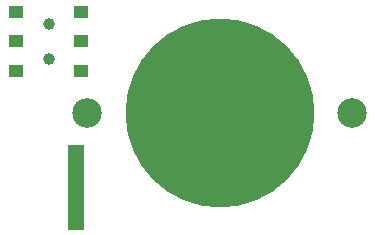
<source format=gbs>
G04 #@! TF.GenerationSoftware,KiCad,Pcbnew,(5.1.9)-1*
G04 #@! TF.CreationDate,2021-06-17T11:01:42+10:00*
G04 #@! TF.ProjectId,Clock_board,436c6f63-6b5f-4626-9f61-72642e6b6963,rev?*
G04 #@! TF.SameCoordinates,PX6f6d640PY5734380*
G04 #@! TF.FileFunction,Soldermask,Bot*
G04 #@! TF.FilePolarity,Negative*
%FSLAX46Y46*%
G04 Gerber Fmt 4.6, Leading zero omitted, Abs format (unit mm)*
G04 Created by KiCad (PCBNEW (5.1.9)-1) date 2021-06-17 11:01:42*
%MOMM*%
%LPD*%
G01*
G04 APERTURE LIST*
%ADD10C,0.100000*%
%ADD11R,1.200000X1.000000*%
%ADD12C,1.000000*%
%ADD13C,16.000000*%
%ADD14C,2.500000*%
G04 APERTURE END LIST*
D10*
G36*
X7493000Y762000D02*
G01*
X6223000Y762000D01*
X6223000Y7874000D01*
X7493000Y7874000D01*
X7493000Y762000D01*
G37*
X7493000Y762000D02*
X6223000Y762000D01*
X6223000Y7874000D01*
X7493000Y7874000D01*
X7493000Y762000D01*
D11*
X1822000Y19137000D03*
X1822000Y16637000D03*
X1822000Y14137000D03*
X7322000Y14137000D03*
X7322000Y16637000D03*
X7322000Y19137000D03*
D12*
X4572000Y15137000D03*
X4572000Y18137000D03*
D13*
X19050000Y10541000D03*
D14*
X7850000Y10541000D03*
X30250000Y10541000D03*
M02*

</source>
